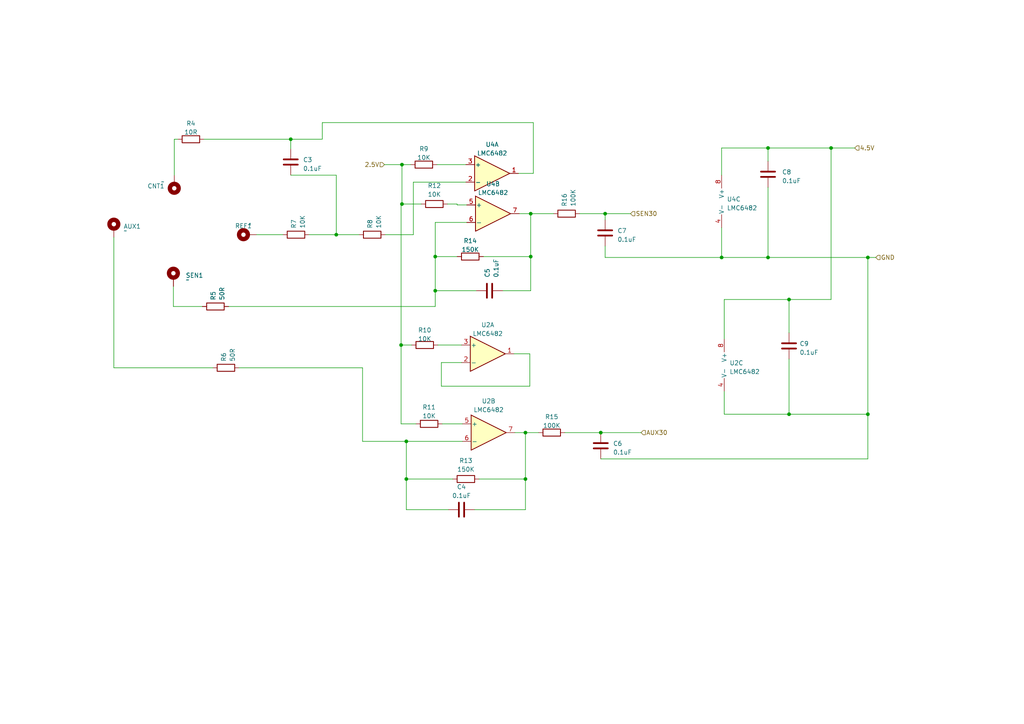
<source format=kicad_sch>
(kicad_sch (version 20230121) (generator eeschema)

  (uuid a26c351b-da96-422d-8149-c6ae030082ca)

  (paper "A4")

  (lib_symbols
    (symbol "Amplifier_Operational:LMC6482" (pin_names (offset 0.127)) (in_bom yes) (on_board yes)
      (property "Reference" "U" (at 0 5.08 0)
        (effects (font (size 1.27 1.27)) (justify left))
      )
      (property "Value" "LMC6482" (at 0 -5.08 0)
        (effects (font (size 1.27 1.27)) (justify left))
      )
      (property "Footprint" "" (at 0 0 0)
        (effects (font (size 1.27 1.27)) hide)
      )
      (property "Datasheet" "http://www.ti.com/lit/ds/symlink/lmc6482.pdf" (at 0 0 0)
        (effects (font (size 1.27 1.27)) hide)
      )
      (property "ki_locked" "" (at 0 0 0)
        (effects (font (size 1.27 1.27)))
      )
      (property "ki_keywords" "dual opamp" (at 0 0 0)
        (effects (font (size 1.27 1.27)) hide)
      )
      (property "ki_description" "Dual CMOS Rail-to-Rail Input and Output Operational Amplifier, DIP-8/SOIC-8, SSOP-8" (at 0 0 0)
        (effects (font (size 1.27 1.27)) hide)
      )
      (property "ki_fp_filters" "SOIC*3.9x4.9mm*P1.27mm* DIP*W7.62mm* TO*99* OnSemi*Micro8* TSSOP*3x3mm*P0.65mm* TSSOP*4.4x3mm*P0.65mm* MSOP*3x3mm*P0.65mm* SSOP*3.9x4.9mm*P0.635mm* LFCSP*2x2mm*P0.5mm* *SIP* SOIC*5.3x6.2mm*P1.27mm*" (at 0 0 0)
        (effects (font (size 1.27 1.27)) hide)
      )
      (symbol "LMC6482_1_1"
        (polyline
          (pts
            (xy -5.08 5.08)
            (xy 5.08 0)
            (xy -5.08 -5.08)
            (xy -5.08 5.08)
          )
          (stroke (width 0.254) (type default))
          (fill (type background))
        )
        (pin output line (at 7.62 0 180) (length 2.54)
          (name "~" (effects (font (size 1.27 1.27))))
          (number "1" (effects (font (size 1.27 1.27))))
        )
        (pin input line (at -7.62 -2.54 0) (length 2.54)
          (name "-" (effects (font (size 1.27 1.27))))
          (number "2" (effects (font (size 1.27 1.27))))
        )
        (pin input line (at -7.62 2.54 0) (length 2.54)
          (name "+" (effects (font (size 1.27 1.27))))
          (number "3" (effects (font (size 1.27 1.27))))
        )
      )
      (symbol "LMC6482_2_1"
        (polyline
          (pts
            (xy -5.08 5.08)
            (xy 5.08 0)
            (xy -5.08 -5.08)
            (xy -5.08 5.08)
          )
          (stroke (width 0.254) (type default))
          (fill (type background))
        )
        (pin input line (at -7.62 2.54 0) (length 2.54)
          (name "+" (effects (font (size 1.27 1.27))))
          (number "5" (effects (font (size 1.27 1.27))))
        )
        (pin input line (at -7.62 -2.54 0) (length 2.54)
          (name "-" (effects (font (size 1.27 1.27))))
          (number "6" (effects (font (size 1.27 1.27))))
        )
        (pin output line (at 7.62 0 180) (length 2.54)
          (name "~" (effects (font (size 1.27 1.27))))
          (number "7" (effects (font (size 1.27 1.27))))
        )
      )
      (symbol "LMC6482_3_1"
        (pin power_in line (at -2.54 -7.62 90) (length 3.81)
          (name "V-" (effects (font (size 1.27 1.27))))
          (number "4" (effects (font (size 1.27 1.27))))
        )
        (pin power_in line (at -2.54 7.62 270) (length 3.81)
          (name "V+" (effects (font (size 1.27 1.27))))
          (number "8" (effects (font (size 1.27 1.27))))
        )
      )
    )
    (symbol "Device:C" (pin_numbers hide) (pin_names (offset 0.254)) (in_bom yes) (on_board yes)
      (property "Reference" "C" (at 0.635 2.54 0)
        (effects (font (size 1.27 1.27)) (justify left))
      )
      (property "Value" "C" (at 0.635 -2.54 0)
        (effects (font (size 1.27 1.27)) (justify left))
      )
      (property "Footprint" "" (at 0.9652 -3.81 0)
        (effects (font (size 1.27 1.27)) hide)
      )
      (property "Datasheet" "~" (at 0 0 0)
        (effects (font (size 1.27 1.27)) hide)
      )
      (property "ki_keywords" "cap capacitor" (at 0 0 0)
        (effects (font (size 1.27 1.27)) hide)
      )
      (property "ki_description" "Unpolarized capacitor" (at 0 0 0)
        (effects (font (size 1.27 1.27)) hide)
      )
      (property "ki_fp_filters" "C_*" (at 0 0 0)
        (effects (font (size 1.27 1.27)) hide)
      )
      (symbol "C_0_1"
        (polyline
          (pts
            (xy -2.032 -0.762)
            (xy 2.032 -0.762)
          )
          (stroke (width 0.508) (type default))
          (fill (type none))
        )
        (polyline
          (pts
            (xy -2.032 0.762)
            (xy 2.032 0.762)
          )
          (stroke (width 0.508) (type default))
          (fill (type none))
        )
      )
      (symbol "C_1_1"
        (pin passive line (at 0 3.81 270) (length 2.794)
          (name "~" (effects (font (size 1.27 1.27))))
          (number "1" (effects (font (size 1.27 1.27))))
        )
        (pin passive line (at 0 -3.81 90) (length 2.794)
          (name "~" (effects (font (size 1.27 1.27))))
          (number "2" (effects (font (size 1.27 1.27))))
        )
      )
    )
    (symbol "Device:R" (pin_numbers hide) (pin_names (offset 0)) (in_bom yes) (on_board yes)
      (property "Reference" "R" (at 2.032 0 90)
        (effects (font (size 1.27 1.27)))
      )
      (property "Value" "R" (at 0 0 90)
        (effects (font (size 1.27 1.27)))
      )
      (property "Footprint" "" (at -1.778 0 90)
        (effects (font (size 1.27 1.27)) hide)
      )
      (property "Datasheet" "~" (at 0 0 0)
        (effects (font (size 1.27 1.27)) hide)
      )
      (property "ki_keywords" "R res resistor" (at 0 0 0)
        (effects (font (size 1.27 1.27)) hide)
      )
      (property "ki_description" "Resistor" (at 0 0 0)
        (effects (font (size 1.27 1.27)) hide)
      )
      (property "ki_fp_filters" "R_*" (at 0 0 0)
        (effects (font (size 1.27 1.27)) hide)
      )
      (symbol "R_0_1"
        (rectangle (start -1.016 -2.54) (end 1.016 2.54)
          (stroke (width 0.254) (type default))
          (fill (type none))
        )
      )
      (symbol "R_1_1"
        (pin passive line (at 0 3.81 270) (length 1.27)
          (name "~" (effects (font (size 1.27 1.27))))
          (number "1" (effects (font (size 1.27 1.27))))
        )
        (pin passive line (at 0 -3.81 90) (length 1.27)
          (name "~" (effects (font (size 1.27 1.27))))
          (number "2" (effects (font (size 1.27 1.27))))
        )
      )
    )
    (symbol "Mechanical:MountingHole_Pad" (pin_numbers hide) (pin_names (offset 1.016) hide) (in_bom yes) (on_board yes)
      (property "Reference" "H" (at 0 6.35 0)
        (effects (font (size 1.27 1.27)))
      )
      (property "Value" "MountingHole_Pad" (at 0 4.445 0)
        (effects (font (size 1.27 1.27)))
      )
      (property "Footprint" "" (at 0 0 0)
        (effects (font (size 1.27 1.27)) hide)
      )
      (property "Datasheet" "~" (at 0 0 0)
        (effects (font (size 1.27 1.27)) hide)
      )
      (property "ki_keywords" "mounting hole" (at 0 0 0)
        (effects (font (size 1.27 1.27)) hide)
      )
      (property "ki_description" "Mounting Hole with connection" (at 0 0 0)
        (effects (font (size 1.27 1.27)) hide)
      )
      (property "ki_fp_filters" "MountingHole*Pad*" (at 0 0 0)
        (effects (font (size 1.27 1.27)) hide)
      )
      (symbol "MountingHole_Pad_0_1"
        (circle (center 0 1.27) (radius 1.27)
          (stroke (width 1.27) (type default))
          (fill (type none))
        )
      )
      (symbol "MountingHole_Pad_1_1"
        (pin input line (at 0 -2.54 90) (length 2.54)
          (name "1" (effects (font (size 1.27 1.27))))
          (number "1" (effects (font (size 1.27 1.27))))
        )
      )
    )
  )

  (junction (at 251.714 74.676) (diameter 0) (color 0 0 0 0)
    (uuid 0c43e825-a968-4cd5-a1d2-1cdbde109b75)
  )
  (junction (at 116.586 47.752) (diameter 0) (color 0 0 0 0)
    (uuid 15b52f12-412a-41a4-bae1-47ac9719d0dd)
  )
  (junction (at 228.854 86.868) (diameter 0) (color 0 0 0 0)
    (uuid 1a4fca20-eb6a-4b92-9374-703f3ac2ea62)
  )
  (junction (at 153.924 74.422) (diameter 0) (color 0 0 0 0)
    (uuid 238fd388-769f-466c-b892-c8854cbc104c)
  )
  (junction (at 116.586 59.182) (diameter 0) (color 0 0 0 0)
    (uuid 2f6b3a3b-b417-4179-9ff5-73db98d40a66)
  )
  (junction (at 117.856 128.016) (diameter 0) (color 0 0 0 0)
    (uuid 398995f9-06b5-40b8-85b8-b2a8a5bf7273)
  )
  (junction (at 126.238 74.422) (diameter 0) (color 0 0 0 0)
    (uuid 553f68fc-90a6-4abe-a923-44a51d7a0b06)
  )
  (junction (at 152.4 125.476) (diameter 0) (color 0 0 0 0)
    (uuid 5652abca-cee3-447a-8429-5973d47c92af)
  )
  (junction (at 84.328 40.386) (diameter 0) (color 0 0 0 0)
    (uuid 5d32a315-0194-4e5d-bab9-bef762d1a675)
  )
  (junction (at 209.296 74.676) (diameter 0) (color 0 0 0 0)
    (uuid 66b7c6d6-bbf6-49d3-908f-25da8ea5bdbd)
  )
  (junction (at 97.536 68.072) (diameter 0) (color 0 0 0 0)
    (uuid 6855d3fe-c492-4e8e-b229-536f6525393f)
  )
  (junction (at 152.4 138.938) (diameter 0) (color 0 0 0 0)
    (uuid 69df1d5e-096f-409f-bcff-1a1e15529945)
  )
  (junction (at 117.856 138.938) (diameter 0) (color 0 0 0 0)
    (uuid 874142c8-3eed-46e4-9fb5-e5e8d76e6ef8)
  )
  (junction (at 228.854 120.142) (diameter 0) (color 0 0 0 0)
    (uuid 95d7962d-7315-41a4-917a-062272de7d47)
  )
  (junction (at 153.924 61.976) (diameter 0) (color 0 0 0 0)
    (uuid a942afe5-0f75-4ff7-bb62-311ab90581b4)
  )
  (junction (at 116.332 100.076) (diameter 0) (color 0 0 0 0)
    (uuid b7e7aa35-3922-44e6-b8d7-119717c72120)
  )
  (junction (at 241.046 42.926) (diameter 0) (color 0 0 0 0)
    (uuid bec6c5f4-c1b3-4def-96db-1ffc6a47ef26)
  )
  (junction (at 251.714 120.142) (diameter 0) (color 0 0 0 0)
    (uuid c5cb0bcc-4e0f-4587-8f01-a193ac4c7aa3)
  )
  (junction (at 175.514 61.976) (diameter 0) (color 0 0 0 0)
    (uuid c6f3648f-2907-44df-9e4f-dfb85f67f91f)
  )
  (junction (at 174.244 125.476) (diameter 0) (color 0 0 0 0)
    (uuid d4000c0c-6e07-4b7e-9d7a-1f3b53ca812d)
  )
  (junction (at 126.238 84.328) (diameter 0) (color 0 0 0 0)
    (uuid e777a222-a16b-4c1a-b47b-d7575cbca493)
  )
  (junction (at 222.758 42.926) (diameter 0) (color 0 0 0 0)
    (uuid f1939aa3-4823-43c8-8b03-b8e8443d604f)
  )
  (junction (at 222.758 74.676) (diameter 0) (color 0 0 0 0)
    (uuid f2852e3c-f930-41ce-b608-f9a8845456ce)
  )

  (wire (pts (xy 209.296 42.926) (xy 209.296 50.8))
    (stroke (width 0) (type default))
    (uuid 010aaa68-d5d0-4b7b-ad77-f6cd8b9538e0)
  )
  (wire (pts (xy 228.854 96.52) (xy 228.854 86.868))
    (stroke (width 0) (type default))
    (uuid 02b40df4-22cf-434a-9604-17e22323565d)
  )
  (wire (pts (xy 111.506 47.752) (xy 116.586 47.752))
    (stroke (width 0) (type default))
    (uuid 047dd2d2-32c9-48f2-aa17-e32ed41b2520)
  )
  (wire (pts (xy 251.714 133.096) (xy 251.714 120.142))
    (stroke (width 0) (type default))
    (uuid 06f0bd2a-8b2c-4529-b2ea-9b477e77768f)
  )
  (wire (pts (xy 168.148 61.976) (xy 175.514 61.976))
    (stroke (width 0) (type default))
    (uuid 07d5112a-0fad-4d31-9e6e-fcac9d277c8a)
  )
  (wire (pts (xy 89.662 68.072) (xy 97.536 68.072))
    (stroke (width 0) (type default))
    (uuid 09fbc9e7-3028-478e-b4a9-f68b479f0f71)
  )
  (wire (pts (xy 33.02 68.834) (xy 33.02 106.68))
    (stroke (width 0) (type default))
    (uuid 10325720-835a-43cb-9ca9-2b7582495c68)
  )
  (wire (pts (xy 126.238 74.422) (xy 126.238 84.328))
    (stroke (width 0) (type default))
    (uuid 1118a4c0-5f4c-43c2-8da9-997d8eb671e2)
  )
  (wire (pts (xy 247.904 42.926) (xy 241.046 42.926))
    (stroke (width 0) (type default))
    (uuid 11c7b0f0-f05f-41cb-951b-4b5501befc3c)
  )
  (wire (pts (xy 116.332 59.182) (xy 116.332 100.076))
    (stroke (width 0) (type default))
    (uuid 1a19b0ea-3149-4caf-a455-76cc2dc7b843)
  )
  (wire (pts (xy 97.536 50.8) (xy 97.536 68.072))
    (stroke (width 0) (type default))
    (uuid 1bf844bc-a5b1-4d73-95a0-7b24b3a67ced)
  )
  (wire (pts (xy 154.686 35.56) (xy 93.472 35.56))
    (stroke (width 0) (type default))
    (uuid 1e12eec7-9191-47ef-8790-915683e9a3ce)
  )
  (wire (pts (xy 74.422 68.072) (xy 82.042 68.072))
    (stroke (width 0) (type default))
    (uuid 1ef948c0-8ca8-4ebf-9c50-27f458d2f125)
  )
  (wire (pts (xy 132.588 59.436) (xy 135.382 59.436))
    (stroke (width 0) (type default))
    (uuid 1fa4873f-97c5-4af8-9a5f-d5b33695f536)
  )
  (wire (pts (xy 185.928 125.476) (xy 174.244 125.476))
    (stroke (width 0) (type default))
    (uuid 1fdc7044-4456-4340-8800-cb41962aa4d6)
  )
  (wire (pts (xy 175.514 71.374) (xy 175.514 74.676))
    (stroke (width 0) (type default))
    (uuid 25daa50c-21fe-438d-bbfc-23f26058e1c7)
  )
  (wire (pts (xy 251.714 120.142) (xy 251.714 74.676))
    (stroke (width 0) (type default))
    (uuid 26a225b8-b404-410a-8a16-958306ef420a)
  )
  (wire (pts (xy 59.182 40.386) (xy 84.328 40.386))
    (stroke (width 0) (type default))
    (uuid 27583890-7648-4fdc-a7a2-2b2710b0fa3a)
  )
  (wire (pts (xy 130.048 147.828) (xy 117.856 147.828))
    (stroke (width 0) (type default))
    (uuid 2932eded-bc04-472f-890b-5ac90d576c9e)
  )
  (wire (pts (xy 210.058 98.298) (xy 210.058 86.868))
    (stroke (width 0) (type default))
    (uuid 29cfb674-aa9d-4e88-ad40-5d682079af19)
  )
  (wire (pts (xy 222.758 54.356) (xy 222.758 74.676))
    (stroke (width 0) (type default))
    (uuid 31474ec7-5f64-448a-9c8e-4e28c4d2f893)
  )
  (wire (pts (xy 66.294 88.9) (xy 126.238 88.9))
    (stroke (width 0) (type default))
    (uuid 343dde00-52df-4a2e-aa90-ce0d9d498355)
  )
  (wire (pts (xy 150.368 50.292) (xy 154.686 50.292))
    (stroke (width 0) (type default))
    (uuid 34cebebe-bd43-4ecb-9d63-599007b6f635)
  )
  (wire (pts (xy 116.586 59.182) (xy 116.586 47.752))
    (stroke (width 0) (type default))
    (uuid 3537b237-ead8-489c-88af-92c1c9b4d3ee)
  )
  (wire (pts (xy 153.67 102.616) (xy 153.67 112.014))
    (stroke (width 0) (type default))
    (uuid 387fc6df-a38c-4624-a689-2f3b8313e8e0)
  )
  (wire (pts (xy 222.758 42.926) (xy 222.758 46.736))
    (stroke (width 0) (type default))
    (uuid 393b31b0-8054-460f-b1d0-8be1b481fb70)
  )
  (wire (pts (xy 131.318 138.938) (xy 117.856 138.938))
    (stroke (width 0) (type default))
    (uuid 3aacddcf-d0aa-45d1-b2c5-4ae8759bbac7)
  )
  (wire (pts (xy 152.4 147.828) (xy 152.4 138.938))
    (stroke (width 0) (type default))
    (uuid 3da2c892-3d9d-4319-be50-8b74325f536e)
  )
  (wire (pts (xy 50.292 88.9) (xy 58.674 88.9))
    (stroke (width 0) (type default))
    (uuid 3e228d80-05c4-40e0-8de6-e6bd023c0c78)
  )
  (wire (pts (xy 135.128 52.832) (xy 119.888 52.832))
    (stroke (width 0) (type default))
    (uuid 3f0aad11-c0ca-42d7-a217-853d9b8b4c65)
  )
  (wire (pts (xy 182.88 61.976) (xy 175.514 61.976))
    (stroke (width 0) (type default))
    (uuid 3fb74f1c-f169-4320-b972-5d379df902cd)
  )
  (wire (pts (xy 128.016 105.156) (xy 133.858 105.156))
    (stroke (width 0) (type default))
    (uuid 40e9c6dc-9abd-432d-86a9-8b99fe570e96)
  )
  (wire (pts (xy 93.472 40.386) (xy 84.328 40.386))
    (stroke (width 0) (type default))
    (uuid 41ad65c5-c45e-4ac7-93f7-a6d201b51da9)
  )
  (wire (pts (xy 117.856 128.016) (xy 134.112 128.016))
    (stroke (width 0) (type default))
    (uuid 45031709-869c-4690-b764-73fcf0c9cabe)
  )
  (wire (pts (xy 116.332 59.182) (xy 116.586 59.182))
    (stroke (width 0) (type default))
    (uuid 47805642-b18e-44b2-b3d2-7d8ae8ef7c78)
  )
  (wire (pts (xy 129.794 59.182) (xy 132.588 59.182))
    (stroke (width 0) (type default))
    (uuid 4aba4958-693b-43c1-9694-e20eb99ad2c9)
  )
  (wire (pts (xy 209.296 74.676) (xy 209.296 66.04))
    (stroke (width 0) (type default))
    (uuid 50b7bf35-3a82-42b8-a9b8-f655f1c47081)
  )
  (wire (pts (xy 138.938 138.938) (xy 152.4 138.938))
    (stroke (width 0) (type default))
    (uuid 5b183581-8b39-41d6-8c1c-181d08ad342f)
  )
  (wire (pts (xy 228.854 104.14) (xy 228.854 120.142))
    (stroke (width 0) (type default))
    (uuid 60544780-75cf-4139-ad71-89daf1354dd6)
  )
  (wire (pts (xy 210.058 120.142) (xy 228.854 120.142))
    (stroke (width 0) (type default))
    (uuid 621fae18-530b-4ec0-a956-b98d0820859b)
  )
  (wire (pts (xy 153.924 84.328) (xy 153.924 74.422))
    (stroke (width 0) (type default))
    (uuid 68f7f96a-6929-49be-82fc-8df69a511851)
  )
  (wire (pts (xy 154.686 50.292) (xy 154.686 35.56))
    (stroke (width 0) (type default))
    (uuid 6aa35c2c-f057-4651-adb4-b44546532998)
  )
  (wire (pts (xy 210.058 113.538) (xy 210.058 120.142))
    (stroke (width 0) (type default))
    (uuid 71c1fd6f-460c-48eb-bf6c-0205bc3aaaee)
  )
  (wire (pts (xy 241.046 42.926) (xy 222.758 42.926))
    (stroke (width 0) (type default))
    (uuid 71d65b25-6084-4457-a751-bab7f1731010)
  )
  (wire (pts (xy 119.38 100.076) (xy 116.332 100.076))
    (stroke (width 0) (type default))
    (uuid 72302911-0958-4ba8-b69c-e556f554704d)
  )
  (wire (pts (xy 228.854 86.868) (xy 241.046 86.868))
    (stroke (width 0) (type default))
    (uuid 73d243ed-f710-4854-9cbb-e7fdce4c5036)
  )
  (wire (pts (xy 97.536 68.072) (xy 104.14 68.072))
    (stroke (width 0) (type default))
    (uuid 76bb5e9a-e493-4b6c-8ebe-648a8532804a)
  )
  (wire (pts (xy 50.546 40.386) (xy 51.562 40.386))
    (stroke (width 0) (type default))
    (uuid 7a834d2a-d81b-446a-817d-85e23243f699)
  )
  (wire (pts (xy 33.02 106.68) (xy 61.722 106.68))
    (stroke (width 0) (type default))
    (uuid 7aca72a4-f4ed-4256-a2d2-a088b823cd03)
  )
  (wire (pts (xy 222.758 42.926) (xy 209.296 42.926))
    (stroke (width 0) (type default))
    (uuid 7f4a4583-1394-4f3b-b49f-a5c6b72a224c)
  )
  (wire (pts (xy 126.238 84.328) (xy 138.176 84.328))
    (stroke (width 0) (type default))
    (uuid 8054fd4a-7da4-4670-b76a-ac52aa3564a2)
  )
  (wire (pts (xy 152.4 125.476) (xy 156.21 125.476))
    (stroke (width 0) (type default))
    (uuid 8194865d-83c3-4474-bf74-653620af87a2)
  )
  (wire (pts (xy 153.67 112.014) (xy 128.016 112.014))
    (stroke (width 0) (type default))
    (uuid 86eca166-21c0-45bc-a824-bb9c71cba9a4)
  )
  (wire (pts (xy 137.668 147.828) (xy 152.4 147.828))
    (stroke (width 0) (type default))
    (uuid 889b2d0b-08b4-4879-947a-4e7d67e269d7)
  )
  (wire (pts (xy 50.292 83.058) (xy 50.292 88.9))
    (stroke (width 0) (type default))
    (uuid 89e6367a-03b7-4652-92e0-1c337479ba6c)
  )
  (wire (pts (xy 105.156 106.68) (xy 105.156 128.016))
    (stroke (width 0) (type default))
    (uuid 8c079eb8-6f61-4cfb-a3c6-d92384bee943)
  )
  (wire (pts (xy 153.924 61.976) (xy 150.622 61.976))
    (stroke (width 0) (type default))
    (uuid 8e944f3a-a148-463a-8e70-b6ea41d7899d)
  )
  (wire (pts (xy 119.888 52.832) (xy 119.888 68.072))
    (stroke (width 0) (type default))
    (uuid 9185276e-23de-4932-9b5e-c5fd32fe8a9e)
  )
  (wire (pts (xy 153.924 61.976) (xy 153.924 74.422))
    (stroke (width 0) (type default))
    (uuid 97e7e77b-f352-45d6-80c6-579ca41dda0f)
  )
  (wire (pts (xy 117.856 138.938) (xy 117.856 128.016))
    (stroke (width 0) (type default))
    (uuid 984b42af-a7a3-426e-b259-6320332163b8)
  )
  (wire (pts (xy 149.352 125.476) (xy 152.4 125.476))
    (stroke (width 0) (type default))
    (uuid 9d07670c-6f4d-4e86-8e57-8893663ad2ac)
  )
  (wire (pts (xy 116.586 47.752) (xy 119.126 47.752))
    (stroke (width 0) (type default))
    (uuid 9d172823-ee1c-468d-849d-4debc17f3fa8)
  )
  (wire (pts (xy 126.238 64.516) (xy 135.382 64.516))
    (stroke (width 0) (type default))
    (uuid a6a61188-e0e4-4096-a7af-d7c40cd1fe85)
  )
  (wire (pts (xy 50.546 40.386) (xy 50.546 50.8))
    (stroke (width 0) (type default))
    (uuid a7999bb5-5ebc-4daf-bb11-6b8aa9205011)
  )
  (wire (pts (xy 105.156 128.016) (xy 117.856 128.016))
    (stroke (width 0) (type default))
    (uuid a966e342-2e7e-4fe9-82d7-c46d4d8d40a3)
  )
  (wire (pts (xy 69.342 106.68) (xy 105.156 106.68))
    (stroke (width 0) (type default))
    (uuid b2007afa-b5cd-4e74-be2a-e63ebd11effc)
  )
  (wire (pts (xy 228.854 120.142) (xy 251.714 120.142))
    (stroke (width 0) (type default))
    (uuid b203db8d-70e3-4e0a-a494-69d610048d4c)
  )
  (wire (pts (xy 174.244 133.096) (xy 251.714 133.096))
    (stroke (width 0) (type default))
    (uuid b30a2d38-1454-440d-80cb-a01ebb4fb234)
  )
  (wire (pts (xy 128.016 112.014) (xy 128.016 105.156))
    (stroke (width 0) (type default))
    (uuid b55b97b3-a876-4720-83e0-6be9eecb2ec9)
  )
  (wire (pts (xy 128.27 122.936) (xy 134.112 122.936))
    (stroke (width 0) (type default))
    (uuid b7b1020d-ab87-424e-b3e7-0f2d0074089b)
  )
  (wire (pts (xy 126.238 84.328) (xy 126.238 88.9))
    (stroke (width 0) (type default))
    (uuid b8ebe661-9390-494c-b455-0209610ab09c)
  )
  (wire (pts (xy 119.888 68.072) (xy 111.76 68.072))
    (stroke (width 0) (type default))
    (uuid b964546d-f247-4c04-bcf7-d476cd713c54)
  )
  (wire (pts (xy 210.058 86.868) (xy 228.854 86.868))
    (stroke (width 0) (type default))
    (uuid b9b03f85-2176-4daa-88fc-30a376b3904e)
  )
  (wire (pts (xy 152.4 138.938) (xy 152.4 125.476))
    (stroke (width 0) (type default))
    (uuid be784837-8481-4ad3-af9b-6a55c6010282)
  )
  (wire (pts (xy 160.528 61.976) (xy 153.924 61.976))
    (stroke (width 0) (type default))
    (uuid bef701dd-9f4e-493e-aade-e906cf33a9e6)
  )
  (wire (pts (xy 126.746 47.752) (xy 135.128 47.752))
    (stroke (width 0) (type default))
    (uuid ca8c48e6-e434-428a-98a6-462ed2ceb274)
  )
  (wire (pts (xy 132.588 59.182) (xy 132.588 59.436))
    (stroke (width 0) (type default))
    (uuid d1bde56d-07e1-4cfd-89d1-3dccb65d27e8)
  )
  (wire (pts (xy 140.208 74.422) (xy 153.924 74.422))
    (stroke (width 0) (type default))
    (uuid d1f21ecc-cfe7-4671-82a1-dc5f5a3f1972)
  )
  (wire (pts (xy 120.65 122.936) (xy 116.332 122.936))
    (stroke (width 0) (type default))
    (uuid d2830328-63a3-431b-a904-11f68044c13c)
  )
  (wire (pts (xy 149.098 102.616) (xy 153.67 102.616))
    (stroke (width 0) (type default))
    (uuid d77e157c-dd42-42c3-b417-603324ba1f52)
  )
  (wire (pts (xy 145.796 84.328) (xy 153.924 84.328))
    (stroke (width 0) (type default))
    (uuid d9f13ec3-c8e0-47bd-884b-0d18539981bc)
  )
  (wire (pts (xy 222.758 74.676) (xy 251.714 74.676))
    (stroke (width 0) (type default))
    (uuid da275481-a53c-474a-a157-5e2eafc2d1bb)
  )
  (wire (pts (xy 93.472 35.56) (xy 93.472 40.386))
    (stroke (width 0) (type default))
    (uuid dc897d0b-2734-4834-8dde-d607828666af)
  )
  (wire (pts (xy 117.856 147.828) (xy 117.856 138.938))
    (stroke (width 0) (type default))
    (uuid e312ae8a-30b7-4df7-85d9-2be9839ab29b)
  )
  (wire (pts (xy 84.328 50.8) (xy 97.536 50.8))
    (stroke (width 0) (type default))
    (uuid e48f32ea-d831-464c-9023-a7b579323727)
  )
  (wire (pts (xy 84.328 40.386) (xy 84.328 43.18))
    (stroke (width 0) (type default))
    (uuid e7d0eebf-cb03-42fc-ab6b-78f3cb98c394)
  )
  (wire (pts (xy 116.332 122.936) (xy 116.332 100.076))
    (stroke (width 0) (type default))
    (uuid e86f056a-242e-4e31-a44e-b2e9063c53cf)
  )
  (wire (pts (xy 175.514 61.976) (xy 175.514 63.754))
    (stroke (width 0) (type default))
    (uuid e8b0f06b-d911-4d26-9671-b31ee476bc5e)
  )
  (wire (pts (xy 122.174 59.182) (xy 116.586 59.182))
    (stroke (width 0) (type default))
    (uuid ecd1157c-6377-4bce-b477-75becd582259)
  )
  (wire (pts (xy 127 100.076) (xy 133.858 100.076))
    (stroke (width 0) (type default))
    (uuid eeea08c7-2c51-4c59-bf91-c9e54e6e6fe5)
  )
  (wire (pts (xy 251.714 74.676) (xy 254 74.676))
    (stroke (width 0) (type default))
    (uuid f05fe249-3056-431c-968d-89a826d95c45)
  )
  (wire (pts (xy 241.046 42.926) (xy 241.046 86.868))
    (stroke (width 0) (type default))
    (uuid f2093dd3-d36e-4ca2-8091-2869a6b51f4e)
  )
  (wire (pts (xy 175.514 74.676) (xy 209.296 74.676))
    (stroke (width 0) (type default))
    (uuid f45f8e52-d230-4951-ad09-5727d7ca9bde)
  )
  (wire (pts (xy 126.238 64.516) (xy 126.238 74.422))
    (stroke (width 0) (type default))
    (uuid f6a73722-c0f6-4b5f-a0ed-dc1ec9c32cf0)
  )
  (wire (pts (xy 209.296 74.676) (xy 222.758 74.676))
    (stroke (width 0) (type default))
    (uuid fcaf8408-3667-42cd-bf08-5bce2a5dbbe8)
  )
  (wire (pts (xy 163.83 125.476) (xy 174.244 125.476))
    (stroke (width 0) (type default))
    (uuid ffa7302c-500a-49b4-b24b-ff2121ef64c9)
  )
  (wire (pts (xy 132.588 74.422) (xy 126.238 74.422))
    (stroke (width 0) (type default))
    (uuid fff4be13-fccb-48bf-bf22-8f4df2271470)
  )

  (hierarchical_label "SEN30" (shape input) (at 182.88 61.976 0) (fields_autoplaced)
    (effects (font (size 1.27 1.27)) (justify left))
    (uuid 2fa583e4-b35f-4acc-ac5d-48e5f19e5ad3)
  )
  (hierarchical_label "4.5V" (shape input) (at 247.904 42.926 0) (fields_autoplaced)
    (effects (font (size 1.27 1.27)) (justify left))
    (uuid 4f144d44-1abd-40a2-8532-ba42096c9a92)
  )
  (hierarchical_label "AUX30" (shape input) (at 185.928 125.476 0) (fields_autoplaced)
    (effects (font (size 1.27 1.27)) (justify left))
    (uuid 764f9b45-5152-4631-89a7-ad928897f83e)
  )
  (hierarchical_label "2.5V" (shape input) (at 111.506 47.752 180) (fields_autoplaced)
    (effects (font (size 1.27 1.27)) (justify right))
    (uuid c5f57d7a-33dc-4350-a764-ddb375784b8d)
  )
  (hierarchical_label "GND" (shape input) (at 254 74.676 0) (fields_autoplaced)
    (effects (font (size 1.27 1.27)) (justify left))
    (uuid f702cc95-6020-4250-a8a1-d3ea622ca59d)
  )

  (symbol (lib_id "Device:R") (at 55.372 40.386 270) (unit 1)
    (in_bom yes) (on_board yes) (dnp no) (fields_autoplaced)
    (uuid 0515a575-9b28-4354-b4ad-dbc4ab8fadf2)
    (property "Reference" "R4" (at 55.372 35.814 90)
      (effects (font (size 1.27 1.27)))
    )
    (property "Value" "10R" (at 55.372 38.354 90)
      (effects (font (size 1.27 1.27)))
    )
    (property "Footprint" "Resistor_SMD:R_0402_1005Metric" (at 55.372 38.608 90)
      (effects (font (size 1.27 1.27)) hide)
    )
    (property "Datasheet" "~" (at 55.372 40.386 0)
      (effects (font (size 1.27 1.27)) hide)
    )
    (pin "1" (uuid 1d223058-1768-46ff-924a-62d5b934bebf))
    (pin "2" (uuid f7308697-31ec-4918-9030-01cae0b54951))
    (instances
      (project "Air quality project"
        (path "/67b6672b-0c15-41a5-a844-17aa721018b8/e2c83066-cae4-4a4f-a05c-59cf4d457446"
          (reference "R4") (unit 1)
        )
        (path "/67b6672b-0c15-41a5-a844-17aa721018b8/be65ffb6-5f15-4847-ab99-a8924076e9fe"
          (reference "R19") (unit 1)
        )
        (path "/67b6672b-0c15-41a5-a844-17aa721018b8/c71a9fa8-d01f-4e52-9f09-d59081580a04"
          (reference "R355") (unit 1)
        )
      )
    )
  )

  (symbol (lib_id "Device:R") (at 164.338 61.976 90) (unit 1)
    (in_bom yes) (on_board yes) (dnp no)
    (uuid 091e37de-e869-4a8e-855a-8ed983eb7e02)
    (property "Reference" "R16" (at 163.703 59.944 0)
      (effects (font (size 1.27 1.27)) (justify left))
    )
    (property "Value" "100K" (at 166.243 59.944 0)
      (effects (font (size 1.27 1.27)) (justify left))
    )
    (property "Footprint" "Resistor_SMD:R_0402_1005Metric" (at 164.338 63.754 90)
      (effects (font (size 1.27 1.27)) hide)
    )
    (property "Datasheet" "~" (at 164.338 61.976 0)
      (effects (font (size 1.27 1.27)) hide)
    )
    (pin "1" (uuid 645c2b5e-45e7-4481-98a1-4acb61e0cb6b))
    (pin "2" (uuid d654488e-40c4-4a02-9cb7-6e64a7f33d7b))
    (instances
      (project "Air quality project"
        (path "/67b6672b-0c15-41a5-a844-17aa721018b8/e2c83066-cae4-4a4f-a05c-59cf4d457446"
          (reference "R16") (unit 1)
        )
        (path "/67b6672b-0c15-41a5-a844-17aa721018b8/be65ffb6-5f15-4847-ab99-a8924076e9fe"
          (reference "R71") (unit 1)
        )
        (path "/67b6672b-0c15-41a5-a844-17aa721018b8/c71a9fa8-d01f-4e52-9f09-d59081580a04"
          (reference "R367") (unit 1)
        )
      )
    )
  )

  (symbol (lib_id "Device:C") (at 175.514 67.564 0) (unit 1)
    (in_bom yes) (on_board yes) (dnp no) (fields_autoplaced)
    (uuid 1c03b6a1-6fcc-4e48-865f-31bf63b54878)
    (property "Reference" "C7" (at 179.07 66.929 0)
      (effects (font (size 1.27 1.27)) (justify left))
    )
    (property "Value" "0.1uF" (at 179.07 69.469 0)
      (effects (font (size 1.27 1.27)) (justify left))
    )
    (property "Footprint" "Capacitor_SMD:C_0402_1005Metric" (at 176.4792 71.374 0)
      (effects (font (size 1.27 1.27)) hide)
    )
    (property "Datasheet" "~" (at 175.514 67.564 0)
      (effects (font (size 1.27 1.27)) hide)
    )
    (pin "1" (uuid e9314378-7623-4fc5-b154-1926c6f5ba28))
    (pin "2" (uuid de0ee5f4-5bea-43ba-9f17-1b73ee14cd7a))
    (instances
      (project "Air quality project"
        (path "/67b6672b-0c15-41a5-a844-17aa721018b8/e2c83066-cae4-4a4f-a05c-59cf4d457446"
          (reference "C7") (unit 1)
        )
        (path "/67b6672b-0c15-41a5-a844-17aa721018b8/be65ffb6-5f15-4847-ab99-a8924076e9fe"
          (reference "C37") (unit 1)
        )
        (path "/67b6672b-0c15-41a5-a844-17aa721018b8/c71a9fa8-d01f-4e52-9f09-d59081580a04"
          (reference "C196") (unit 1)
        )
      )
    )
  )

  (symbol (lib_id "Device:R") (at 125.984 59.182 90) (unit 1)
    (in_bom yes) (on_board yes) (dnp no) (fields_autoplaced)
    (uuid 1e998373-920e-44b9-a5db-877051a434e5)
    (property "Reference" "R12" (at 125.984 53.848 90)
      (effects (font (size 1.27 1.27)))
    )
    (property "Value" "10K" (at 125.984 56.388 90)
      (effects (font (size 1.27 1.27)))
    )
    (property "Footprint" "Resistor_SMD:R_0402_1005Metric" (at 125.984 60.96 90)
      (effects (font (size 1.27 1.27)) hide)
    )
    (property "Datasheet" "~" (at 125.984 59.182 0)
      (effects (font (size 1.27 1.27)) hide)
    )
    (pin "1" (uuid 9d743dc9-5e7f-4c67-a272-e00194497407))
    (pin "2" (uuid f46e17b6-c61c-41f5-922d-485ece1de60e))
    (instances
      (project "Air quality project"
        (path "/67b6672b-0c15-41a5-a844-17aa721018b8/e2c83066-cae4-4a4f-a05c-59cf4d457446"
          (reference "R12") (unit 1)
        )
        (path "/67b6672b-0c15-41a5-a844-17aa721018b8/be65ffb6-5f15-4847-ab99-a8924076e9fe"
          (reference "R59") (unit 1)
        )
        (path "/67b6672b-0c15-41a5-a844-17aa721018b8/c71a9fa8-d01f-4e52-9f09-d59081580a04"
          (reference "R363") (unit 1)
        )
      )
    )
  )

  (symbol (lib_id "Amplifier_Operational:LMC6482") (at 142.748 50.292 0) (unit 1)
    (in_bom yes) (on_board yes) (dnp no) (fields_autoplaced)
    (uuid 290d173e-0d1e-49bc-a920-00c2b98666af)
    (property "Reference" "U4" (at 142.748 41.91 0)
      (effects (font (size 1.27 1.27)))
    )
    (property "Value" "LMC6482" (at 142.748 44.45 0)
      (effects (font (size 1.27 1.27)))
    )
    (property "Footprint" "Package_SO:SOIC-8_3.9x4.9mm_P1.27mm" (at 142.748 50.292 0)
      (effects (font (size 1.27 1.27)) hide)
    )
    (property "Datasheet" "http://www.ti.com/lit/ds/symlink/lmc6482.pdf" (at 142.748 50.292 0)
      (effects (font (size 1.27 1.27)) hide)
    )
    (pin "1" (uuid 14c1c7e9-81ae-4b8e-8a84-a9a7190bc4aa))
    (pin "2" (uuid 827f397a-1d46-4e7d-abde-b508e52a5173))
    (pin "3" (uuid 238ff1fc-ca9d-421b-8dbf-a66d9f22f437))
    (pin "5" (uuid 7e217bec-f5f9-4503-96e2-e0cff25dde3f))
    (pin "6" (uuid ed4ead67-62ba-4dc4-86a0-f436eefe99dd))
    (pin "7" (uuid ef455054-ceb9-4486-86bb-c10142a92b1a))
    (pin "4" (uuid 0efdc872-5caf-4241-9340-e8ec1bb01b5b))
    (pin "8" (uuid 7d3e3f09-3aff-4bd7-8548-a79c845e659b))
    (instances
      (project "Air quality project"
        (path "/67b6672b-0c15-41a5-a844-17aa721018b8/e2c83066-cae4-4a4f-a05c-59cf4d457446"
          (reference "U4") (unit 1)
        )
        (path "/67b6672b-0c15-41a5-a844-17aa721018b8/be65ffb6-5f15-4847-ab99-a8924076e9fe"
          (reference "U13") (unit 1)
        )
        (path "/67b6672b-0c15-41a5-a844-17aa721018b8/c71a9fa8-d01f-4e52-9f09-d59081580a04"
          (reference "U58") (unit 1)
        )
      )
    )
  )

  (symbol (lib_id "Device:R") (at 124.46 122.936 90) (unit 1)
    (in_bom yes) (on_board yes) (dnp no) (fields_autoplaced)
    (uuid 2972014d-1da7-4f61-87a0-fdb46179c95b)
    (property "Reference" "R11" (at 124.46 118.11 90)
      (effects (font (size 1.27 1.27)))
    )
    (property "Value" "10K" (at 124.46 120.65 90)
      (effects (font (size 1.27 1.27)))
    )
    (property "Footprint" "Resistor_SMD:R_0402_1005Metric" (at 124.46 124.714 90)
      (effects (font (size 1.27 1.27)) hide)
    )
    (property "Datasheet" "~" (at 124.46 122.936 0)
      (effects (font (size 1.27 1.27)) hide)
    )
    (pin "1" (uuid fe112c82-3109-4bf8-b9f2-442735cc9880))
    (pin "2" (uuid 88d4eca4-ef63-406f-87a8-db88a0b5ee81))
    (instances
      (project "Air quality project"
        (path "/67b6672b-0c15-41a5-a844-17aa721018b8/e2c83066-cae4-4a4f-a05c-59cf4d457446"
          (reference "R11") (unit 1)
        )
        (path "/67b6672b-0c15-41a5-a844-17aa721018b8/be65ffb6-5f15-4847-ab99-a8924076e9fe"
          (reference "R54") (unit 1)
        )
        (path "/67b6672b-0c15-41a5-a844-17aa721018b8/c71a9fa8-d01f-4e52-9f09-d59081580a04"
          (reference "R362") (unit 1)
        )
      )
    )
  )

  (symbol (lib_id "Amplifier_Operational:LMC6482") (at 211.836 58.42 0) (unit 3)
    (in_bom yes) (on_board yes) (dnp no) (fields_autoplaced)
    (uuid 2a61a904-d215-468a-b222-be5bf2b25c6e)
    (property "Reference" "U4" (at 210.82 57.785 0)
      (effects (font (size 1.27 1.27)) (justify left))
    )
    (property "Value" "LMC6482" (at 210.82 60.325 0)
      (effects (font (size 1.27 1.27)) (justify left))
    )
    (property "Footprint" "Package_SO:SOIC-8_3.9x4.9mm_P1.27mm" (at 211.836 58.42 0)
      (effects (font (size 1.27 1.27)) hide)
    )
    (property "Datasheet" "http://www.ti.com/lit/ds/symlink/lmc6482.pdf" (at 211.836 58.42 0)
      (effects (font (size 1.27 1.27)) hide)
    )
    (pin "1" (uuid 42791d0d-7717-4b04-a0ca-b0a647570e7e))
    (pin "2" (uuid 4a2fa161-9821-4b02-bf44-5123dc1327cb))
    (pin "3" (uuid 64a3c500-0113-480b-84b8-bf62972d5f8e))
    (pin "5" (uuid d00ef563-4214-461f-ba82-fc7819b91257))
    (pin "6" (uuid a6025e8c-eb59-4fda-bafe-a0fd2776d170))
    (pin "7" (uuid 893ff0da-9dcf-4d3e-aa6a-c4e684c3eff1))
    (pin "4" (uuid 3d88503c-8b93-462c-bb10-81c06971cb2d))
    (pin "8" (uuid 984d97dc-49a5-424e-9854-55b0ade06f3a))
    (instances
      (project "Air quality project"
        (path "/67b6672b-0c15-41a5-a844-17aa721018b8/e2c83066-cae4-4a4f-a05c-59cf4d457446"
          (reference "U4") (unit 3)
        )
        (path "/67b6672b-0c15-41a5-a844-17aa721018b8/be65ffb6-5f15-4847-ab99-a8924076e9fe"
          (reference "U13") (unit 3)
        )
        (path "/67b6672b-0c15-41a5-a844-17aa721018b8/c71a9fa8-d01f-4e52-9f09-d59081580a04"
          (reference "U58") (unit 3)
        )
      )
    )
  )

  (symbol (lib_id "Device:R") (at 62.484 88.9 90) (unit 1)
    (in_bom yes) (on_board yes) (dnp no)
    (uuid 38877eb5-16f2-4f05-9170-02f74356ff42)
    (property "Reference" "R5" (at 61.849 87.122 0)
      (effects (font (size 1.27 1.27)) (justify left))
    )
    (property "Value" "50R" (at 64.389 87.122 0)
      (effects (font (size 1.27 1.27)) (justify left))
    )
    (property "Footprint" "Resistor_SMD:R_0402_1005Metric" (at 62.484 90.678 90)
      (effects (font (size 1.27 1.27)) hide)
    )
    (property "Datasheet" "~" (at 62.484 88.9 0)
      (effects (font (size 1.27 1.27)) hide)
    )
    (pin "1" (uuid 8f0a0c91-aeab-417b-97bc-41cca1b11b03))
    (pin "2" (uuid 410ab06d-594f-4a7f-875a-033fbd546d17))
    (instances
      (project "Air quality project"
        (path "/67b6672b-0c15-41a5-a844-17aa721018b8/e2c83066-cae4-4a4f-a05c-59cf4d457446"
          (reference "R5") (unit 1)
        )
        (path "/67b6672b-0c15-41a5-a844-17aa721018b8/be65ffb6-5f15-4847-ab99-a8924076e9fe"
          (reference "R24") (unit 1)
        )
        (path "/67b6672b-0c15-41a5-a844-17aa721018b8/c71a9fa8-d01f-4e52-9f09-d59081580a04"
          (reference "R356") (unit 1)
        )
      )
    )
  )

  (symbol (lib_id "Device:R") (at 65.532 106.68 90) (unit 1)
    (in_bom yes) (on_board yes) (dnp no)
    (uuid 3d1c62a6-6415-4465-85a8-cd32a28c163e)
    (property "Reference" "R6" (at 64.897 104.902 0)
      (effects (font (size 1.27 1.27)) (justify left))
    )
    (property "Value" "50R" (at 67.437 104.902 0)
      (effects (font (size 1.27 1.27)) (justify left))
    )
    (property "Footprint" "Resistor_SMD:R_0402_1005Metric" (at 65.532 108.458 90)
      (effects (font (size 1.27 1.27)) hide)
    )
    (property "Datasheet" "~" (at 65.532 106.68 0)
      (effects (font (size 1.27 1.27)) hide)
    )
    (pin "1" (uuid d08c5c3f-d040-4217-9451-4fbb0dd79695))
    (pin "2" (uuid 8a998ee6-2639-4f03-becd-a9133075e993))
    (instances
      (project "Air quality project"
        (path "/67b6672b-0c15-41a5-a844-17aa721018b8/e2c83066-cae4-4a4f-a05c-59cf4d457446"
          (reference "R6") (unit 1)
        )
        (path "/67b6672b-0c15-41a5-a844-17aa721018b8/be65ffb6-5f15-4847-ab99-a8924076e9fe"
          (reference "R29") (unit 1)
        )
        (path "/67b6672b-0c15-41a5-a844-17aa721018b8/c71a9fa8-d01f-4e52-9f09-d59081580a04"
          (reference "R357") (unit 1)
        )
      )
    )
  )

  (symbol (lib_id "Amplifier_Operational:LMC6482") (at 212.598 105.918 0) (unit 3)
    (in_bom yes) (on_board yes) (dnp no) (fields_autoplaced)
    (uuid 4058e28d-aae6-4eb6-b79d-a3ecb57133da)
    (property "Reference" "U2" (at 211.582 105.283 0)
      (effects (font (size 1.27 1.27)) (justify left))
    )
    (property "Value" "LMC6482" (at 211.582 107.823 0)
      (effects (font (size 1.27 1.27)) (justify left))
    )
    (property "Footprint" "Package_SO:SOIC-8_3.9x4.9mm_P1.27mm" (at 212.598 105.918 0)
      (effects (font (size 1.27 1.27)) hide)
    )
    (property "Datasheet" "http://www.ti.com/lit/ds/symlink/lmc6482.pdf" (at 212.598 105.918 0)
      (effects (font (size 1.27 1.27)) hide)
    )
    (pin "1" (uuid d5f06bc0-e016-449d-bb76-1780c68309d8))
    (pin "2" (uuid dd93b084-6c45-4ec3-b4a2-64cf0e791daa))
    (pin "3" (uuid c79b47a1-69b0-418f-ae34-b6968595b6a6))
    (pin "5" (uuid 89f1dfc5-f772-4d7a-8a07-0964f1f210a0))
    (pin "6" (uuid 61ffc32e-67ac-4496-ba94-ce7cced6a0ea))
    (pin "7" (uuid 29e08c8c-3454-4ad1-a0b8-ee9155612eb2))
    (pin "4" (uuid 36a23995-6358-4deb-b938-a74cbe7c432c))
    (pin "8" (uuid 79c77272-68fb-4f35-b9d6-3d81f706522d))
    (instances
      (project "Air quality project"
        (path "/67b6672b-0c15-41a5-a844-17aa721018b8/e2c83066-cae4-4a4f-a05c-59cf4d457446"
          (reference "U2") (unit 3)
        )
        (path "/67b6672b-0c15-41a5-a844-17aa721018b8/be65ffb6-5f15-4847-ab99-a8924076e9fe"
          (reference "U8") (unit 3)
        )
        (path "/67b6672b-0c15-41a5-a844-17aa721018b8/c71a9fa8-d01f-4e52-9f09-d59081580a04"
          (reference "U57") (unit 3)
        )
      )
    )
  )

  (symbol (lib_id "Device:C") (at 133.858 147.828 90) (unit 1)
    (in_bom yes) (on_board yes) (dnp no) (fields_autoplaced)
    (uuid 56795cf6-0f4c-40cd-a922-5939e31c520f)
    (property "Reference" "C4" (at 133.858 141.224 90)
      (effects (font (size 1.27 1.27)))
    )
    (property "Value" "0.1uF" (at 133.858 143.764 90)
      (effects (font (size 1.27 1.27)))
    )
    (property "Footprint" "Capacitor_SMD:C_0402_1005Metric" (at 137.668 146.8628 0)
      (effects (font (size 1.27 1.27)) hide)
    )
    (property "Datasheet" "~" (at 133.858 147.828 0)
      (effects (font (size 1.27 1.27)) hide)
    )
    (pin "1" (uuid 8296c044-1d8b-4212-b86d-d2aab1f65adb))
    (pin "2" (uuid 8d1b75e5-5571-4ce0-956f-4b57b6df31b5))
    (instances
      (project "Air quality project"
        (path "/67b6672b-0c15-41a5-a844-17aa721018b8/e2c83066-cae4-4a4f-a05c-59cf4d457446"
          (reference "C4") (unit 1)
        )
        (path "/67b6672b-0c15-41a5-a844-17aa721018b8/be65ffb6-5f15-4847-ab99-a8924076e9fe"
          (reference "C34") (unit 1)
        )
        (path "/67b6672b-0c15-41a5-a844-17aa721018b8/c71a9fa8-d01f-4e52-9f09-d59081580a04"
          (reference "C193") (unit 1)
        )
      )
    )
  )

  (symbol (lib_id "Device:C") (at 84.328 46.99 0) (unit 1)
    (in_bom yes) (on_board yes) (dnp no) (fields_autoplaced)
    (uuid 582d45b7-4aa3-4fa1-bd50-b0ad1d6f2b0a)
    (property "Reference" "C3" (at 87.884 46.355 0)
      (effects (font (size 1.27 1.27)) (justify left))
    )
    (property "Value" "0.1uF" (at 87.884 48.895 0)
      (effects (font (size 1.27 1.27)) (justify left))
    )
    (property "Footprint" "Capacitor_SMD:C_0402_1005Metric" (at 85.2932 50.8 0)
      (effects (font (size 1.27 1.27)) hide)
    )
    (property "Datasheet" "~" (at 84.328 46.99 0)
      (effects (font (size 1.27 1.27)) hide)
    )
    (pin "1" (uuid 1b67b432-bc76-4a24-bf3f-ef69110f1950))
    (pin "2" (uuid 5d42f5fc-a68c-43f5-8d8d-3123a6210f43))
    (instances
      (project "Air quality project"
        (path "/67b6672b-0c15-41a5-a844-17aa721018b8/e2c83066-cae4-4a4f-a05c-59cf4d457446"
          (reference "C3") (unit 1)
        )
        (path "/67b6672b-0c15-41a5-a844-17aa721018b8/be65ffb6-5f15-4847-ab99-a8924076e9fe"
          (reference "C13") (unit 1)
        )
        (path "/67b6672b-0c15-41a5-a844-17aa721018b8/c71a9fa8-d01f-4e52-9f09-d59081580a04"
          (reference "C192") (unit 1)
        )
      )
    )
  )

  (symbol (lib_id "Mechanical:MountingHole_Pad") (at 50.546 53.34 180) (unit 1)
    (in_bom yes) (on_board yes) (dnp no)
    (uuid 5cc06991-e244-47da-950c-1f39620f7ab9)
    (property "Reference" "CNT1" (at 47.752 53.975 0)
      (effects (font (size 1.27 1.27)) (justify left))
    )
    (property "Value" "~" (at 47.752 52.705 0)
      (effects (font (size 1.27 1.27)) (justify left))
    )
    (property "Footprint" "MountingHole:MountingHole_2.7mm_Pad" (at 50.546 53.34 0)
      (effects (font (size 1.27 1.27)) hide)
    )
    (property "Datasheet" "~" (at 50.546 53.34 0)
      (effects (font (size 1.27 1.27)) hide)
    )
    (pin "1" (uuid 4de3a259-de29-48e5-98d6-a8ff64804dee))
    (instances
      (project "Air quality project"
        (path "/67b6672b-0c15-41a5-a844-17aa721018b8/e2c83066-cae4-4a4f-a05c-59cf4d457446"
          (reference "CNT1") (unit 1)
        )
        (path "/67b6672b-0c15-41a5-a844-17aa721018b8/be65ffb6-5f15-4847-ab99-a8924076e9fe"
          (reference "CNT2") (unit 1)
        )
        (path "/67b6672b-0c15-41a5-a844-17aa721018b8/c71a9fa8-d01f-4e52-9f09-d59081580a04"
          (reference "CNT30") (unit 1)
        )
      )
    )
  )

  (symbol (lib_id "Amplifier_Operational:LMC6482") (at 143.002 61.976 0) (unit 2)
    (in_bom yes) (on_board yes) (dnp no) (fields_autoplaced)
    (uuid 634a66c7-3b0e-4d67-a76f-ca73bc25441f)
    (property "Reference" "U4" (at 143.002 53.34 0)
      (effects (font (size 1.27 1.27)))
    )
    (property "Value" "LMC6482" (at 143.002 55.88 0)
      (effects (font (size 1.27 1.27)))
    )
    (property "Footprint" "Package_SO:SOIC-8_3.9x4.9mm_P1.27mm" (at 143.002 61.976 0)
      (effects (font (size 1.27 1.27)) hide)
    )
    (property "Datasheet" "http://www.ti.com/lit/ds/symlink/lmc6482.pdf" (at 143.002 61.976 0)
      (effects (font (size 1.27 1.27)) hide)
    )
    (pin "1" (uuid 9c1e9d8f-1c28-41e3-9575-41efbc51ba50))
    (pin "2" (uuid 1d0291f0-3ca2-4510-9705-02c12b2ea42d))
    (pin "3" (uuid 1f78b38e-dbc0-4584-b37f-86c494584341))
    (pin "5" (uuid 56bafd33-2a76-4d96-9306-5bd90bca2787))
    (pin "6" (uuid d4e9a5cc-2b46-40f6-8a8d-48cc157f531e))
    (pin "7" (uuid 939bf58f-332f-4627-ac73-9b64d7a40ecd))
    (pin "4" (uuid 06dc1765-d68c-4f67-a73b-d9fa7caa6956))
    (pin "8" (uuid 2077a737-d294-413f-b778-56afbb60776f))
    (instances
      (project "Air quality project"
        (path "/67b6672b-0c15-41a5-a844-17aa721018b8/e2c83066-cae4-4a4f-a05c-59cf4d457446"
          (reference "U4") (unit 2)
        )
        (path "/67b6672b-0c15-41a5-a844-17aa721018b8/be65ffb6-5f15-4847-ab99-a8924076e9fe"
          (reference "U13") (unit 2)
        )
        (path "/67b6672b-0c15-41a5-a844-17aa721018b8/c71a9fa8-d01f-4e52-9f09-d59081580a04"
          (reference "U58") (unit 2)
        )
      )
    )
  )

  (symbol (lib_id "Device:R") (at 135.128 138.938 90) (unit 1)
    (in_bom yes) (on_board yes) (dnp no) (fields_autoplaced)
    (uuid 6475f133-af6f-47a3-b98d-af200189ad31)
    (property "Reference" "R13" (at 135.128 133.604 90)
      (effects (font (size 1.27 1.27)))
    )
    (property "Value" "150K" (at 135.128 136.144 90)
      (effects (font (size 1.27 1.27)))
    )
    (property "Footprint" "Resistor_SMD:R_0402_1005Metric" (at 135.128 140.716 90)
      (effects (font (size 1.27 1.27)) hide)
    )
    (property "Datasheet" "~" (at 135.128 138.938 0)
      (effects (font (size 1.27 1.27)) hide)
    )
    (pin "1" (uuid 3b079ce5-fe9c-4300-8dd6-889586434de8))
    (pin "2" (uuid f57bc5c0-0a8c-4bfa-8c77-3e95c645aa48))
    (instances
      (project "Air quality project"
        (path "/67b6672b-0c15-41a5-a844-17aa721018b8/e2c83066-cae4-4a4f-a05c-59cf4d457446"
          (reference "R13") (unit 1)
        )
        (path "/67b6672b-0c15-41a5-a844-17aa721018b8/be65ffb6-5f15-4847-ab99-a8924076e9fe"
          (reference "R64") (unit 1)
        )
        (path "/67b6672b-0c15-41a5-a844-17aa721018b8/c71a9fa8-d01f-4e52-9f09-d59081580a04"
          (reference "R364") (unit 1)
        )
      )
    )
  )

  (symbol (lib_id "Mechanical:MountingHole_Pad") (at 71.882 68.072 90) (unit 1)
    (in_bom yes) (on_board yes) (dnp no) (fields_autoplaced)
    (uuid 69581a9e-bc5b-4170-a299-30d753a37615)
    (property "Reference" "REF1" (at 70.612 65.532 90)
      (effects (font (size 1.27 1.27)))
    )
    (property "Value" "~" (at 72.517 65.532 0)
      (effects (font (size 1.27 1.27)) (justify left))
    )
    (property "Footprint" "MountingHole:MountingHole_2.7mm_Pad" (at 71.882 68.072 0)
      (effects (font (size 1.27 1.27)) hide)
    )
    (property "Datasheet" "~" (at 71.882 68.072 0)
      (effects (font (size 1.27 1.27)) hide)
    )
    (pin "1" (uuid d28ace5a-aa9d-4861-8739-830efefe06f1))
    (instances
      (project "Air quality project"
        (path "/67b6672b-0c15-41a5-a844-17aa721018b8/e2c83066-cae4-4a4f-a05c-59cf4d457446"
          (reference "REF1") (unit 1)
        )
        (path "/67b6672b-0c15-41a5-a844-17aa721018b8/be65ffb6-5f15-4847-ab99-a8924076e9fe"
          (reference "REF2") (unit 1)
        )
        (path "/67b6672b-0c15-41a5-a844-17aa721018b8/c71a9fa8-d01f-4e52-9f09-d59081580a04"
          (reference "REF30") (unit 1)
        )
      )
    )
  )

  (symbol (lib_id "Device:R") (at 160.02 125.476 90) (unit 1)
    (in_bom yes) (on_board yes) (dnp no) (fields_autoplaced)
    (uuid 69826cc0-b5a5-4eea-9a14-e0afcc3de047)
    (property "Reference" "R15" (at 160.02 120.904 90)
      (effects (font (size 1.27 1.27)))
    )
    (property "Value" "100K" (at 160.02 123.444 90)
      (effects (font (size 1.27 1.27)))
    )
    (property "Footprint" "Resistor_SMD:R_0402_1005Metric" (at 160.02 127.254 90)
      (effects (font (size 1.27 1.27)) hide)
    )
    (property "Datasheet" "~" (at 160.02 125.476 0)
      (effects (font (size 1.27 1.27)) hide)
    )
    (pin "1" (uuid 19ae95db-7942-4387-9525-9d472d560ec1))
    (pin "2" (uuid 4d2aec87-4594-4373-8d15-fbec766b2d8d))
    (instances
      (project "Air quality project"
        (path "/67b6672b-0c15-41a5-a844-17aa721018b8/e2c83066-cae4-4a4f-a05c-59cf4d457446"
          (reference "R15") (unit 1)
        )
        (path "/67b6672b-0c15-41a5-a844-17aa721018b8/be65ffb6-5f15-4847-ab99-a8924076e9fe"
          (reference "R70") (unit 1)
        )
        (path "/67b6672b-0c15-41a5-a844-17aa721018b8/c71a9fa8-d01f-4e52-9f09-d59081580a04"
          (reference "R366") (unit 1)
        )
      )
    )
  )

  (symbol (lib_id "Device:R") (at 107.95 68.072 90) (unit 1)
    (in_bom yes) (on_board yes) (dnp no)
    (uuid 77ef2432-6f16-49c2-abeb-2ac75874e4de)
    (property "Reference" "R8" (at 107.315 66.294 0)
      (effects (font (size 1.27 1.27)) (justify left))
    )
    (property "Value" "10K" (at 109.855 66.294 0)
      (effects (font (size 1.27 1.27)) (justify left))
    )
    (property "Footprint" "Resistor_SMD:R_0402_1005Metric" (at 107.95 69.85 90)
      (effects (font (size 1.27 1.27)) hide)
    )
    (property "Datasheet" "~" (at 107.95 68.072 0)
      (effects (font (size 1.27 1.27)) hide)
    )
    (pin "1" (uuid 4fc69158-ded9-4b82-9e90-f58f89ddd10a))
    (pin "2" (uuid ab2d193a-cde7-49f9-9473-f3e5fe8fd20a))
    (instances
      (project "Air quality project"
        (path "/67b6672b-0c15-41a5-a844-17aa721018b8/e2c83066-cae4-4a4f-a05c-59cf4d457446"
          (reference "R8") (unit 1)
        )
        (path "/67b6672b-0c15-41a5-a844-17aa721018b8/be65ffb6-5f15-4847-ab99-a8924076e9fe"
          (reference "R39") (unit 1)
        )
        (path "/67b6672b-0c15-41a5-a844-17aa721018b8/c71a9fa8-d01f-4e52-9f09-d59081580a04"
          (reference "R359") (unit 1)
        )
      )
    )
  )

  (symbol (lib_id "Device:C") (at 141.986 84.328 90) (unit 1)
    (in_bom yes) (on_board yes) (dnp no)
    (uuid 795e9369-530e-4fa7-beb2-52c8a429bd65)
    (property "Reference" "C5" (at 141.351 80.518 0)
      (effects (font (size 1.27 1.27)) (justify left))
    )
    (property "Value" "0.1uF" (at 143.891 80.518 0)
      (effects (font (size 1.27 1.27)) (justify left))
    )
    (property "Footprint" "Capacitor_SMD:C_0402_1005Metric" (at 145.796 83.3628 0)
      (effects (font (size 1.27 1.27)) hide)
    )
    (property "Datasheet" "~" (at 141.986 84.328 0)
      (effects (font (size 1.27 1.27)) hide)
    )
    (pin "1" (uuid 52dd041f-7d9f-4f73-8741-fe02438aa228))
    (pin "2" (uuid eb4c735c-a8b1-4f86-ba51-12d815d8cb9f))
    (instances
      (project "Air quality project"
        (path "/67b6672b-0c15-41a5-a844-17aa721018b8/e2c83066-cae4-4a4f-a05c-59cf4d457446"
          (reference "C5") (unit 1)
        )
        (path "/67b6672b-0c15-41a5-a844-17aa721018b8/be65ffb6-5f15-4847-ab99-a8924076e9fe"
          (reference "C35") (unit 1)
        )
        (path "/67b6672b-0c15-41a5-a844-17aa721018b8/c71a9fa8-d01f-4e52-9f09-d59081580a04"
          (reference "C194") (unit 1)
        )
      )
    )
  )

  (symbol (lib_id "Device:R") (at 85.852 68.072 90) (unit 1)
    (in_bom yes) (on_board yes) (dnp no)
    (uuid 91ab4a90-ef43-472a-92f8-309b2d3f8819)
    (property "Reference" "R7" (at 85.217 66.294 0)
      (effects (font (size 1.27 1.27)) (justify left))
    )
    (property "Value" "10K" (at 87.757 66.294 0)
      (effects (font (size 1.27 1.27)) (justify left))
    )
    (property "Footprint" "Resistor_SMD:R_0402_1005Metric" (at 85.852 69.85 90)
      (effects (font (size 1.27 1.27)) hide)
    )
    (property "Datasheet" "~" (at 85.852 68.072 0)
      (effects (font (size 1.27 1.27)) hide)
    )
    (pin "1" (uuid 0d5ad868-ae23-496d-a5b5-af1e40f30520))
    (pin "2" (uuid 341df62c-1c30-414c-ae44-9cfaf308562b))
    (instances
      (project "Air quality project"
        (path "/67b6672b-0c15-41a5-a844-17aa721018b8/e2c83066-cae4-4a4f-a05c-59cf4d457446"
          (reference "R7") (unit 1)
        )
        (path "/67b6672b-0c15-41a5-a844-17aa721018b8/be65ffb6-5f15-4847-ab99-a8924076e9fe"
          (reference "R34") (unit 1)
        )
        (path "/67b6672b-0c15-41a5-a844-17aa721018b8/c71a9fa8-d01f-4e52-9f09-d59081580a04"
          (reference "R358") (unit 1)
        )
      )
    )
  )

  (symbol (lib_id "Device:R") (at 122.936 47.752 90) (unit 1)
    (in_bom yes) (on_board yes) (dnp no) (fields_autoplaced)
    (uuid 98265aa0-75e4-4990-9bcf-8ec9d6201767)
    (property "Reference" "R9" (at 122.936 43.18 90)
      (effects (font (size 1.27 1.27)))
    )
    (property "Value" "10K" (at 122.936 45.72 90)
      (effects (font (size 1.27 1.27)))
    )
    (property "Footprint" "Resistor_SMD:R_0402_1005Metric" (at 122.936 49.53 90)
      (effects (font (size 1.27 1.27)) hide)
    )
    (property "Datasheet" "~" (at 122.936 47.752 0)
      (effects (font (size 1.27 1.27)) hide)
    )
    (pin "1" (uuid 35a3575c-cea3-4b47-ae6a-f555a34a1b6e))
    (pin "2" (uuid ede39c55-cf8f-481f-b22d-f0f67a8a915e))
    (instances
      (project "Air quality project"
        (path "/67b6672b-0c15-41a5-a844-17aa721018b8/e2c83066-cae4-4a4f-a05c-59cf4d457446"
          (reference "R9") (unit 1)
        )
        (path "/67b6672b-0c15-41a5-a844-17aa721018b8/be65ffb6-5f15-4847-ab99-a8924076e9fe"
          (reference "R44") (unit 1)
        )
        (path "/67b6672b-0c15-41a5-a844-17aa721018b8/c71a9fa8-d01f-4e52-9f09-d59081580a04"
          (reference "R360") (unit 1)
        )
      )
    )
  )

  (symbol (lib_id "Device:C") (at 174.244 129.286 0) (unit 1)
    (in_bom yes) (on_board yes) (dnp no) (fields_autoplaced)
    (uuid ae2af2d8-e57f-4361-92ec-be51eb9c54d1)
    (property "Reference" "C6" (at 177.8 128.651 0)
      (effects (font (size 1.27 1.27)) (justify left))
    )
    (property "Value" "0.1uF" (at 177.8 131.191 0)
      (effects (font (size 1.27 1.27)) (justify left))
    )
    (property "Footprint" "Capacitor_SMD:C_0402_1005Metric" (at 175.2092 133.096 0)
      (effects (font (size 1.27 1.27)) hide)
    )
    (property "Datasheet" "~" (at 174.244 129.286 0)
      (effects (font (size 1.27 1.27)) hide)
    )
    (pin "1" (uuid 721bc0af-1848-428d-85d9-d46c879cbc1b))
    (pin "2" (uuid 8be035c6-95e2-475c-b580-150950137b9c))
    (instances
      (project "Air quality project"
        (path "/67b6672b-0c15-41a5-a844-17aa721018b8/e2c83066-cae4-4a4f-a05c-59cf4d457446"
          (reference "C6") (unit 1)
        )
        (path "/67b6672b-0c15-41a5-a844-17aa721018b8/be65ffb6-5f15-4847-ab99-a8924076e9fe"
          (reference "C36") (unit 1)
        )
        (path "/67b6672b-0c15-41a5-a844-17aa721018b8/c71a9fa8-d01f-4e52-9f09-d59081580a04"
          (reference "C195") (unit 1)
        )
      )
    )
  )

  (symbol (lib_id "Amplifier_Operational:LMC6482") (at 141.732 125.476 0) (unit 2)
    (in_bom yes) (on_board yes) (dnp no) (fields_autoplaced)
    (uuid c2ee4b11-42be-47f2-b8ed-80424a4d167a)
    (property "Reference" "U2" (at 141.732 116.332 0)
      (effects (font (size 1.27 1.27)))
    )
    (property "Value" "LMC6482" (at 141.732 118.872 0)
      (effects (font (size 1.27 1.27)))
    )
    (property "Footprint" "Package_SO:SOIC-8_3.9x4.9mm_P1.27mm" (at 141.732 125.476 0)
      (effects (font (size 1.27 1.27)) hide)
    )
    (property "Datasheet" "http://www.ti.com/lit/ds/symlink/lmc6482.pdf" (at 141.732 125.476 0)
      (effects (font (size 1.27 1.27)) hide)
    )
    (pin "1" (uuid 11ada3ae-6758-4a42-8bec-b9b6f4c75a1a))
    (pin "2" (uuid cecfcab1-7354-4c19-8bdd-bc6aac22549b))
    (pin "3" (uuid b8b5c5a6-18f5-4b93-b974-cec779252067))
    (pin "5" (uuid db308cce-c018-464e-ac01-3baa7424d7a4))
    (pin "6" (uuid 73fe4515-6746-4782-975b-f0295eefb393))
    (pin "7" (uuid 80cc18c9-bc00-4d3c-8a78-001a678121d1))
    (pin "4" (uuid 5d862dc6-a441-46c7-938b-75ac613c0f4f))
    (pin "8" (uuid 6e4c091b-4f0e-43a5-ac02-ecaec090156f))
    (instances
      (project "Air quality project"
        (path "/67b6672b-0c15-41a5-a844-17aa721018b8/e2c83066-cae4-4a4f-a05c-59cf4d457446"
          (reference "U2") (unit 2)
        )
        (path "/67b6672b-0c15-41a5-a844-17aa721018b8/be65ffb6-5f15-4847-ab99-a8924076e9fe"
          (reference "U8") (unit 2)
        )
        (path "/67b6672b-0c15-41a5-a844-17aa721018b8/c71a9fa8-d01f-4e52-9f09-d59081580a04"
          (reference "U57") (unit 2)
        )
      )
    )
  )

  (symbol (lib_id "Mechanical:MountingHole_Pad") (at 50.292 80.518 0) (unit 1)
    (in_bom yes) (on_board yes) (dnp no) (fields_autoplaced)
    (uuid c8c9c166-a656-4754-880f-300eb37ade94)
    (property "Reference" "SEN1" (at 53.848 79.883 0)
      (effects (font (size 1.27 1.27)) (justify left))
    )
    (property "Value" "~" (at 53.848 81.153 0)
      (effects (font (size 1.27 1.27)) (justify left))
    )
    (property "Footprint" "MountingHole:MountingHole_2.7mm_Pad" (at 50.292 80.518 0)
      (effects (font (size 1.27 1.27)) hide)
    )
    (property "Datasheet" "~" (at 50.292 80.518 0)
      (effects (font (size 1.27 1.27)) hide)
    )
    (pin "1" (uuid 26bd6dd1-1d72-4745-bd17-7d11312cb046))
    (instances
      (project "Air quality project"
        (path "/67b6672b-0c15-41a5-a844-17aa721018b8/e2c83066-cae4-4a4f-a05c-59cf4d457446"
          (reference "SEN1") (unit 1)
        )
        (path "/67b6672b-0c15-41a5-a844-17aa721018b8/be65ffb6-5f15-4847-ab99-a8924076e9fe"
          (reference "SEN2") (unit 1)
        )
        (path "/67b6672b-0c15-41a5-a844-17aa721018b8/c71a9fa8-d01f-4e52-9f09-d59081580a04"
          (reference "SEN30") (unit 1)
        )
      )
    )
  )

  (symbol (lib_id "Device:R") (at 123.19 100.076 90) (unit 1)
    (in_bom yes) (on_board yes) (dnp no) (fields_autoplaced)
    (uuid d2251c1b-b372-46f4-bc62-4bf96704240c)
    (property "Reference" "R10" (at 123.19 95.758 90)
      (effects (font (size 1.27 1.27)))
    )
    (property "Value" "10K" (at 123.19 98.298 90)
      (effects (font (size 1.27 1.27)))
    )
    (property "Footprint" "Resistor_SMD:R_0402_1005Metric" (at 123.19 101.854 90)
      (effects (font (size 1.27 1.27)) hide)
    )
    (property "Datasheet" "~" (at 123.19 100.076 0)
      (effects (font (size 1.27 1.27)) hide)
    )
    (pin "1" (uuid 1ea80159-f9ca-4676-9fa7-e67eb63ef6a3))
    (pin "2" (uuid aeb181d4-ca5d-40d2-aa57-e8d1d9701650))
    (instances
      (project "Air quality project"
        (path "/67b6672b-0c15-41a5-a844-17aa721018b8/e2c83066-cae4-4a4f-a05c-59cf4d457446"
          (reference "R10") (unit 1)
        )
        (path "/67b6672b-0c15-41a5-a844-17aa721018b8/be65ffb6-5f15-4847-ab99-a8924076e9fe"
          (reference "R49") (unit 1)
        )
        (path "/67b6672b-0c15-41a5-a844-17aa721018b8/c71a9fa8-d01f-4e52-9f09-d59081580a04"
          (reference "R361") (unit 1)
        )
      )
    )
  )

  (symbol (lib_id "Device:R") (at 136.398 74.422 90) (unit 1)
    (in_bom yes) (on_board yes) (dnp no) (fields_autoplaced)
    (uuid e1700c0d-b28d-4973-b081-83b2b2c07fc1)
    (property "Reference" "R14" (at 136.398 69.85 90)
      (effects (font (size 1.27 1.27)))
    )
    (property "Value" "150K" (at 136.398 72.39 90)
      (effects (font (size 1.27 1.27)))
    )
    (property "Footprint" "Resistor_SMD:R_0402_1005Metric" (at 136.398 76.2 90)
      (effects (font (size 1.27 1.27)) hide)
    )
    (property "Datasheet" "~" (at 136.398 74.422 0)
      (effects (font (size 1.27 1.27)) hide)
    )
    (pin "1" (uuid 9351eb94-db08-4ede-8425-c2f68cef4a0b))
    (pin "2" (uuid 7ab71029-bf51-4f47-9af4-44f532fcb206))
    (instances
      (project "Air quality project"
        (path "/67b6672b-0c15-41a5-a844-17aa721018b8/e2c83066-cae4-4a4f-a05c-59cf4d457446"
          (reference "R14") (unit 1)
        )
        (path "/67b6672b-0c15-41a5-a844-17aa721018b8/be65ffb6-5f15-4847-ab99-a8924076e9fe"
          (reference "R69") (unit 1)
        )
        (path "/67b6672b-0c15-41a5-a844-17aa721018b8/c71a9fa8-d01f-4e52-9f09-d59081580a04"
          (reference "R365") (unit 1)
        )
      )
    )
  )

  (symbol (lib_id "Device:C") (at 222.758 50.546 0) (unit 1)
    (in_bom yes) (on_board yes) (dnp no) (fields_autoplaced)
    (uuid e30ce43e-6e5d-4860-a3bc-31b13277e0d6)
    (property "Reference" "C8" (at 226.822 49.911 0)
      (effects (font (size 1.27 1.27)) (justify left))
    )
    (property "Value" "0.1uF" (at 226.822 52.451 0)
      (effects (font (size 1.27 1.27)) (justify left))
    )
    (property "Footprint" "Capacitor_SMD:C_0402_1005Metric" (at 223.7232 54.356 0)
      (effects (font (size 1.27 1.27)) hide)
    )
    (property "Datasheet" "~" (at 222.758 50.546 0)
      (effects (font (size 1.27 1.27)) hide)
    )
    (pin "1" (uuid 8beb5974-e718-4ae2-bcd2-ad6f56f42481))
    (pin "2" (uuid 68d138c1-3f88-4ae9-88a0-a20de3cfc251))
    (instances
      (project "Air quality project"
        (path "/67b6672b-0c15-41a5-a844-17aa721018b8/e2c83066-cae4-4a4f-a05c-59cf4d457446"
          (reference "C8") (unit 1)
        )
        (path "/67b6672b-0c15-41a5-a844-17aa721018b8/be65ffb6-5f15-4847-ab99-a8924076e9fe"
          (reference "C38") (unit 1)
        )
        (path "/67b6672b-0c15-41a5-a844-17aa721018b8/c71a9fa8-d01f-4e52-9f09-d59081580a04"
          (reference "C197") (unit 1)
        )
      )
    )
  )

  (symbol (lib_id "Device:C") (at 228.854 100.33 0) (unit 1)
    (in_bom yes) (on_board yes) (dnp no)
    (uuid e62573a6-6826-4ddd-a853-d42273b5e747)
    (property "Reference" "C9" (at 231.902 99.695 0)
      (effects (font (size 1.27 1.27)) (justify left))
    )
    (property "Value" "0.1uF" (at 231.902 102.235 0)
      (effects (font (size 1.27 1.27)) (justify left))
    )
    (property "Footprint" "Capacitor_SMD:C_0402_1005Metric" (at 229.8192 104.14 0)
      (effects (font (size 1.27 1.27)) hide)
    )
    (property "Datasheet" "~" (at 228.854 100.33 0)
      (effects (font (size 1.27 1.27)) hide)
    )
    (pin "1" (uuid 30091b07-32d9-4df2-a474-6b5e7b4e1887))
    (pin "2" (uuid c36b5e41-35f6-4f4b-a88e-0e172a5a5d80))
    (instances
      (project "Air quality project"
        (path "/67b6672b-0c15-41a5-a844-17aa721018b8/e2c83066-cae4-4a4f-a05c-59cf4d457446"
          (reference "C9") (unit 1)
        )
        (path "/67b6672b-0c15-41a5-a844-17aa721018b8/be65ffb6-5f15-4847-ab99-a8924076e9fe"
          (reference "C39") (unit 1)
        )
        (path "/67b6672b-0c15-41a5-a844-17aa721018b8/c71a9fa8-d01f-4e52-9f09-d59081580a04"
          (reference "C198") (unit 1)
        )
      )
    )
  )

  (symbol (lib_id "Amplifier_Operational:LMC6482") (at 141.478 102.616 0) (unit 1)
    (in_bom yes) (on_board yes) (dnp no)
    (uuid e8cb8e87-43ae-4acb-a02a-52ea43d8d598)
    (property "Reference" "U2" (at 141.478 94.234 0)
      (effects (font (size 1.27 1.27)))
    )
    (property "Value" "LMC6482" (at 141.478 96.774 0)
      (effects (font (size 1.27 1.27)))
    )
    (property "Footprint" "Package_SO:SOIC-8_3.9x4.9mm_P1.27mm" (at 141.478 102.616 0)
      (effects (font (size 1.27 1.27)) hide)
    )
    (property "Datasheet" "http://www.ti.com/lit/ds/symlink/lmc6482.pdf" (at 141.478 102.616 0)
      (effects (font (size 1.27 1.27)) hide)
    )
    (pin "1" (uuid ded58db5-47f5-41cd-b6c2-7c1076ca0b23))
    (pin "2" (uuid 73c4117a-5ae6-48d2-824d-c72da777f3d2))
    (pin "3" (uuid b813b693-201e-4ad8-8185-31d966a312cd))
    (pin "5" (uuid dbf6e14b-09ff-4cc6-88a0-9ada57742af2))
    (pin "6" (uuid a9d3e155-a0a5-48b8-ad01-270b6effe986))
    (pin "7" (uuid 2e38fee3-7d8c-47f0-a6b9-2671227758c9))
    (pin "4" (uuid bdd0d834-8db6-499c-a508-90c2f596f30f))
    (pin "8" (uuid 0ce173b8-05bf-4229-84be-a731b2d379af))
    (instances
      (project "Air quality project"
        (path "/67b6672b-0c15-41a5-a844-17aa721018b8/e2c83066-cae4-4a4f-a05c-59cf4d457446"
          (reference "U2") (unit 1)
        )
        (path "/67b6672b-0c15-41a5-a844-17aa721018b8/be65ffb6-5f15-4847-ab99-a8924076e9fe"
          (reference "U8") (unit 1)
        )
        (path "/67b6672b-0c15-41a5-a844-17aa721018b8/c71a9fa8-d01f-4e52-9f09-d59081580a04"
          (reference "U57") (unit 1)
        )
      )
    )
  )

  (symbol (lib_id "Mechanical:MountingHole_Pad") (at 33.02 66.294 0) (unit 1)
    (in_bom yes) (on_board yes) (dnp no)
    (uuid f1a1a8c2-583b-453c-8745-a88fa3f051fc)
    (property "Reference" "AUX1" (at 35.814 65.659 0)
      (effects (font (size 1.27 1.27)) (justify left))
    )
    (property "Value" "~" (at 35.814 66.929 0)
      (effects (font (size 1.27 1.27)) (justify left))
    )
    (property "Footprint" "MountingHole:MountingHole_2.7mm_Pad" (at 33.02 66.294 0)
      (effects (font (size 1.27 1.27)) hide)
    )
    (property "Datasheet" "~" (at 33.02 66.294 0)
      (effects (font (size 1.27 1.27)) hide)
    )
    (pin "1" (uuid 537c3cfb-28df-4179-9f51-9ec5b46a4abf))
    (instances
      (project "Air quality project"
        (path "/67b6672b-0c15-41a5-a844-17aa721018b8/e2c83066-cae4-4a4f-a05c-59cf4d457446"
          (reference "AUX1") (unit 1)
        )
        (path "/67b6672b-0c15-41a5-a844-17aa721018b8/be65ffb6-5f15-4847-ab99-a8924076e9fe"
          (reference "AUX2") (unit 1)
        )
        (path "/67b6672b-0c15-41a5-a844-17aa721018b8/c71a9fa8-d01f-4e52-9f09-d59081580a04"
          (reference "AUX30") (unit 1)
        )
      )
    )
  )
)

</source>
